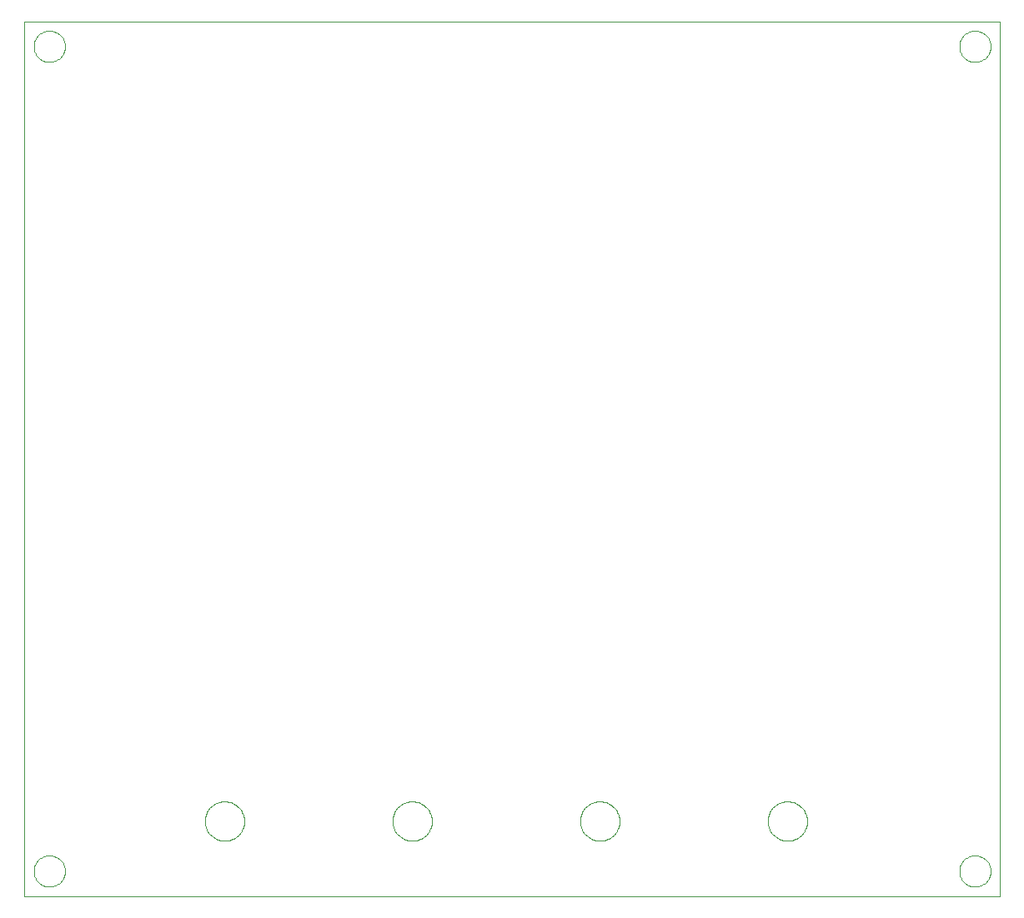
<source format=gko>
G75*
%MOIN*%
%OFA0B0*%
%FSLAX24Y24*%
%IPPOS*%
%LPD*%
%AMOC8*
5,1,8,0,0,1.08239X$1,22.5*
%
%ADD10C,0.0000*%
D10*
X000680Y000180D02*
X000680Y035180D01*
X039680Y035180D01*
X039680Y000180D01*
X000680Y000180D01*
X001055Y001180D02*
X001057Y001230D01*
X001063Y001279D01*
X001073Y001328D01*
X001086Y001375D01*
X001104Y001422D01*
X001125Y001467D01*
X001149Y001510D01*
X001177Y001551D01*
X001208Y001590D01*
X001242Y001626D01*
X001279Y001660D01*
X001319Y001690D01*
X001360Y001717D01*
X001404Y001741D01*
X001449Y001761D01*
X001496Y001777D01*
X001544Y001790D01*
X001593Y001799D01*
X001643Y001804D01*
X001692Y001805D01*
X001742Y001802D01*
X001791Y001795D01*
X001840Y001784D01*
X001887Y001770D01*
X001933Y001751D01*
X001978Y001729D01*
X002021Y001704D01*
X002061Y001675D01*
X002099Y001643D01*
X002135Y001609D01*
X002168Y001571D01*
X002197Y001531D01*
X002223Y001489D01*
X002246Y001445D01*
X002265Y001399D01*
X002281Y001352D01*
X002293Y001303D01*
X002301Y001254D01*
X002305Y001205D01*
X002305Y001155D01*
X002301Y001106D01*
X002293Y001057D01*
X002281Y001008D01*
X002265Y000961D01*
X002246Y000915D01*
X002223Y000871D01*
X002197Y000829D01*
X002168Y000789D01*
X002135Y000751D01*
X002099Y000717D01*
X002061Y000685D01*
X002021Y000656D01*
X001978Y000631D01*
X001933Y000609D01*
X001887Y000590D01*
X001840Y000576D01*
X001791Y000565D01*
X001742Y000558D01*
X001692Y000555D01*
X001643Y000556D01*
X001593Y000561D01*
X001544Y000570D01*
X001496Y000583D01*
X001449Y000599D01*
X001404Y000619D01*
X001360Y000643D01*
X001319Y000670D01*
X001279Y000700D01*
X001242Y000734D01*
X001208Y000770D01*
X001177Y000809D01*
X001149Y000850D01*
X001125Y000893D01*
X001104Y000938D01*
X001086Y000985D01*
X001073Y001032D01*
X001063Y001081D01*
X001057Y001130D01*
X001055Y001180D01*
X007893Y003180D02*
X007895Y003236D01*
X007901Y003291D01*
X007911Y003345D01*
X007924Y003399D01*
X007942Y003452D01*
X007963Y003503D01*
X007987Y003553D01*
X008015Y003601D01*
X008047Y003647D01*
X008081Y003691D01*
X008119Y003732D01*
X008159Y003770D01*
X008202Y003805D01*
X008247Y003837D01*
X008295Y003866D01*
X008344Y003892D01*
X008395Y003914D01*
X008447Y003932D01*
X008501Y003946D01*
X008556Y003957D01*
X008611Y003964D01*
X008666Y003967D01*
X008722Y003966D01*
X008777Y003961D01*
X008832Y003952D01*
X008886Y003940D01*
X008939Y003923D01*
X008991Y003903D01*
X009041Y003879D01*
X009089Y003852D01*
X009136Y003822D01*
X009180Y003788D01*
X009222Y003751D01*
X009260Y003711D01*
X009297Y003669D01*
X009330Y003624D01*
X009359Y003578D01*
X009386Y003529D01*
X009408Y003478D01*
X009428Y003426D01*
X009443Y003372D01*
X009455Y003318D01*
X009463Y003263D01*
X009467Y003208D01*
X009467Y003152D01*
X009463Y003097D01*
X009455Y003042D01*
X009443Y002988D01*
X009428Y002934D01*
X009408Y002882D01*
X009386Y002831D01*
X009359Y002782D01*
X009330Y002736D01*
X009297Y002691D01*
X009260Y002649D01*
X009222Y002609D01*
X009180Y002572D01*
X009136Y002538D01*
X009089Y002508D01*
X009041Y002481D01*
X008991Y002457D01*
X008939Y002437D01*
X008886Y002420D01*
X008832Y002408D01*
X008777Y002399D01*
X008722Y002394D01*
X008666Y002393D01*
X008611Y002396D01*
X008556Y002403D01*
X008501Y002414D01*
X008447Y002428D01*
X008395Y002446D01*
X008344Y002468D01*
X008295Y002494D01*
X008247Y002523D01*
X008202Y002555D01*
X008159Y002590D01*
X008119Y002628D01*
X008081Y002669D01*
X008047Y002713D01*
X008015Y002759D01*
X007987Y002807D01*
X007963Y002857D01*
X007942Y002908D01*
X007924Y002961D01*
X007911Y003015D01*
X007901Y003069D01*
X007895Y003124D01*
X007893Y003180D01*
X015393Y003180D02*
X015395Y003236D01*
X015401Y003291D01*
X015411Y003345D01*
X015424Y003399D01*
X015442Y003452D01*
X015463Y003503D01*
X015487Y003553D01*
X015515Y003601D01*
X015547Y003647D01*
X015581Y003691D01*
X015619Y003732D01*
X015659Y003770D01*
X015702Y003805D01*
X015747Y003837D01*
X015795Y003866D01*
X015844Y003892D01*
X015895Y003914D01*
X015947Y003932D01*
X016001Y003946D01*
X016056Y003957D01*
X016111Y003964D01*
X016166Y003967D01*
X016222Y003966D01*
X016277Y003961D01*
X016332Y003952D01*
X016386Y003940D01*
X016439Y003923D01*
X016491Y003903D01*
X016541Y003879D01*
X016589Y003852D01*
X016636Y003822D01*
X016680Y003788D01*
X016722Y003751D01*
X016760Y003711D01*
X016797Y003669D01*
X016830Y003624D01*
X016859Y003578D01*
X016886Y003529D01*
X016908Y003478D01*
X016928Y003426D01*
X016943Y003372D01*
X016955Y003318D01*
X016963Y003263D01*
X016967Y003208D01*
X016967Y003152D01*
X016963Y003097D01*
X016955Y003042D01*
X016943Y002988D01*
X016928Y002934D01*
X016908Y002882D01*
X016886Y002831D01*
X016859Y002782D01*
X016830Y002736D01*
X016797Y002691D01*
X016760Y002649D01*
X016722Y002609D01*
X016680Y002572D01*
X016636Y002538D01*
X016589Y002508D01*
X016541Y002481D01*
X016491Y002457D01*
X016439Y002437D01*
X016386Y002420D01*
X016332Y002408D01*
X016277Y002399D01*
X016222Y002394D01*
X016166Y002393D01*
X016111Y002396D01*
X016056Y002403D01*
X016001Y002414D01*
X015947Y002428D01*
X015895Y002446D01*
X015844Y002468D01*
X015795Y002494D01*
X015747Y002523D01*
X015702Y002555D01*
X015659Y002590D01*
X015619Y002628D01*
X015581Y002669D01*
X015547Y002713D01*
X015515Y002759D01*
X015487Y002807D01*
X015463Y002857D01*
X015442Y002908D01*
X015424Y002961D01*
X015411Y003015D01*
X015401Y003069D01*
X015395Y003124D01*
X015393Y003180D01*
X022893Y003180D02*
X022895Y003236D01*
X022901Y003291D01*
X022911Y003345D01*
X022924Y003399D01*
X022942Y003452D01*
X022963Y003503D01*
X022987Y003553D01*
X023015Y003601D01*
X023047Y003647D01*
X023081Y003691D01*
X023119Y003732D01*
X023159Y003770D01*
X023202Y003805D01*
X023247Y003837D01*
X023295Y003866D01*
X023344Y003892D01*
X023395Y003914D01*
X023447Y003932D01*
X023501Y003946D01*
X023556Y003957D01*
X023611Y003964D01*
X023666Y003967D01*
X023722Y003966D01*
X023777Y003961D01*
X023832Y003952D01*
X023886Y003940D01*
X023939Y003923D01*
X023991Y003903D01*
X024041Y003879D01*
X024089Y003852D01*
X024136Y003822D01*
X024180Y003788D01*
X024222Y003751D01*
X024260Y003711D01*
X024297Y003669D01*
X024330Y003624D01*
X024359Y003578D01*
X024386Y003529D01*
X024408Y003478D01*
X024428Y003426D01*
X024443Y003372D01*
X024455Y003318D01*
X024463Y003263D01*
X024467Y003208D01*
X024467Y003152D01*
X024463Y003097D01*
X024455Y003042D01*
X024443Y002988D01*
X024428Y002934D01*
X024408Y002882D01*
X024386Y002831D01*
X024359Y002782D01*
X024330Y002736D01*
X024297Y002691D01*
X024260Y002649D01*
X024222Y002609D01*
X024180Y002572D01*
X024136Y002538D01*
X024089Y002508D01*
X024041Y002481D01*
X023991Y002457D01*
X023939Y002437D01*
X023886Y002420D01*
X023832Y002408D01*
X023777Y002399D01*
X023722Y002394D01*
X023666Y002393D01*
X023611Y002396D01*
X023556Y002403D01*
X023501Y002414D01*
X023447Y002428D01*
X023395Y002446D01*
X023344Y002468D01*
X023295Y002494D01*
X023247Y002523D01*
X023202Y002555D01*
X023159Y002590D01*
X023119Y002628D01*
X023081Y002669D01*
X023047Y002713D01*
X023015Y002759D01*
X022987Y002807D01*
X022963Y002857D01*
X022942Y002908D01*
X022924Y002961D01*
X022911Y003015D01*
X022901Y003069D01*
X022895Y003124D01*
X022893Y003180D01*
X030393Y003180D02*
X030395Y003236D01*
X030401Y003291D01*
X030411Y003345D01*
X030424Y003399D01*
X030442Y003452D01*
X030463Y003503D01*
X030487Y003553D01*
X030515Y003601D01*
X030547Y003647D01*
X030581Y003691D01*
X030619Y003732D01*
X030659Y003770D01*
X030702Y003805D01*
X030747Y003837D01*
X030795Y003866D01*
X030844Y003892D01*
X030895Y003914D01*
X030947Y003932D01*
X031001Y003946D01*
X031056Y003957D01*
X031111Y003964D01*
X031166Y003967D01*
X031222Y003966D01*
X031277Y003961D01*
X031332Y003952D01*
X031386Y003940D01*
X031439Y003923D01*
X031491Y003903D01*
X031541Y003879D01*
X031589Y003852D01*
X031636Y003822D01*
X031680Y003788D01*
X031722Y003751D01*
X031760Y003711D01*
X031797Y003669D01*
X031830Y003624D01*
X031859Y003578D01*
X031886Y003529D01*
X031908Y003478D01*
X031928Y003426D01*
X031943Y003372D01*
X031955Y003318D01*
X031963Y003263D01*
X031967Y003208D01*
X031967Y003152D01*
X031963Y003097D01*
X031955Y003042D01*
X031943Y002988D01*
X031928Y002934D01*
X031908Y002882D01*
X031886Y002831D01*
X031859Y002782D01*
X031830Y002736D01*
X031797Y002691D01*
X031760Y002649D01*
X031722Y002609D01*
X031680Y002572D01*
X031636Y002538D01*
X031589Y002508D01*
X031541Y002481D01*
X031491Y002457D01*
X031439Y002437D01*
X031386Y002420D01*
X031332Y002408D01*
X031277Y002399D01*
X031222Y002394D01*
X031166Y002393D01*
X031111Y002396D01*
X031056Y002403D01*
X031001Y002414D01*
X030947Y002428D01*
X030895Y002446D01*
X030844Y002468D01*
X030795Y002494D01*
X030747Y002523D01*
X030702Y002555D01*
X030659Y002590D01*
X030619Y002628D01*
X030581Y002669D01*
X030547Y002713D01*
X030515Y002759D01*
X030487Y002807D01*
X030463Y002857D01*
X030442Y002908D01*
X030424Y002961D01*
X030411Y003015D01*
X030401Y003069D01*
X030395Y003124D01*
X030393Y003180D01*
X038055Y001180D02*
X038057Y001230D01*
X038063Y001279D01*
X038073Y001328D01*
X038086Y001375D01*
X038104Y001422D01*
X038125Y001467D01*
X038149Y001510D01*
X038177Y001551D01*
X038208Y001590D01*
X038242Y001626D01*
X038279Y001660D01*
X038319Y001690D01*
X038360Y001717D01*
X038404Y001741D01*
X038449Y001761D01*
X038496Y001777D01*
X038544Y001790D01*
X038593Y001799D01*
X038643Y001804D01*
X038692Y001805D01*
X038742Y001802D01*
X038791Y001795D01*
X038840Y001784D01*
X038887Y001770D01*
X038933Y001751D01*
X038978Y001729D01*
X039021Y001704D01*
X039061Y001675D01*
X039099Y001643D01*
X039135Y001609D01*
X039168Y001571D01*
X039197Y001531D01*
X039223Y001489D01*
X039246Y001445D01*
X039265Y001399D01*
X039281Y001352D01*
X039293Y001303D01*
X039301Y001254D01*
X039305Y001205D01*
X039305Y001155D01*
X039301Y001106D01*
X039293Y001057D01*
X039281Y001008D01*
X039265Y000961D01*
X039246Y000915D01*
X039223Y000871D01*
X039197Y000829D01*
X039168Y000789D01*
X039135Y000751D01*
X039099Y000717D01*
X039061Y000685D01*
X039021Y000656D01*
X038978Y000631D01*
X038933Y000609D01*
X038887Y000590D01*
X038840Y000576D01*
X038791Y000565D01*
X038742Y000558D01*
X038692Y000555D01*
X038643Y000556D01*
X038593Y000561D01*
X038544Y000570D01*
X038496Y000583D01*
X038449Y000599D01*
X038404Y000619D01*
X038360Y000643D01*
X038319Y000670D01*
X038279Y000700D01*
X038242Y000734D01*
X038208Y000770D01*
X038177Y000809D01*
X038149Y000850D01*
X038125Y000893D01*
X038104Y000938D01*
X038086Y000985D01*
X038073Y001032D01*
X038063Y001081D01*
X038057Y001130D01*
X038055Y001180D01*
X038055Y034180D02*
X038057Y034230D01*
X038063Y034279D01*
X038073Y034328D01*
X038086Y034375D01*
X038104Y034422D01*
X038125Y034467D01*
X038149Y034510D01*
X038177Y034551D01*
X038208Y034590D01*
X038242Y034626D01*
X038279Y034660D01*
X038319Y034690D01*
X038360Y034717D01*
X038404Y034741D01*
X038449Y034761D01*
X038496Y034777D01*
X038544Y034790D01*
X038593Y034799D01*
X038643Y034804D01*
X038692Y034805D01*
X038742Y034802D01*
X038791Y034795D01*
X038840Y034784D01*
X038887Y034770D01*
X038933Y034751D01*
X038978Y034729D01*
X039021Y034704D01*
X039061Y034675D01*
X039099Y034643D01*
X039135Y034609D01*
X039168Y034571D01*
X039197Y034531D01*
X039223Y034489D01*
X039246Y034445D01*
X039265Y034399D01*
X039281Y034352D01*
X039293Y034303D01*
X039301Y034254D01*
X039305Y034205D01*
X039305Y034155D01*
X039301Y034106D01*
X039293Y034057D01*
X039281Y034008D01*
X039265Y033961D01*
X039246Y033915D01*
X039223Y033871D01*
X039197Y033829D01*
X039168Y033789D01*
X039135Y033751D01*
X039099Y033717D01*
X039061Y033685D01*
X039021Y033656D01*
X038978Y033631D01*
X038933Y033609D01*
X038887Y033590D01*
X038840Y033576D01*
X038791Y033565D01*
X038742Y033558D01*
X038692Y033555D01*
X038643Y033556D01*
X038593Y033561D01*
X038544Y033570D01*
X038496Y033583D01*
X038449Y033599D01*
X038404Y033619D01*
X038360Y033643D01*
X038319Y033670D01*
X038279Y033700D01*
X038242Y033734D01*
X038208Y033770D01*
X038177Y033809D01*
X038149Y033850D01*
X038125Y033893D01*
X038104Y033938D01*
X038086Y033985D01*
X038073Y034032D01*
X038063Y034081D01*
X038057Y034130D01*
X038055Y034180D01*
X001055Y034180D02*
X001057Y034230D01*
X001063Y034279D01*
X001073Y034328D01*
X001086Y034375D01*
X001104Y034422D01*
X001125Y034467D01*
X001149Y034510D01*
X001177Y034551D01*
X001208Y034590D01*
X001242Y034626D01*
X001279Y034660D01*
X001319Y034690D01*
X001360Y034717D01*
X001404Y034741D01*
X001449Y034761D01*
X001496Y034777D01*
X001544Y034790D01*
X001593Y034799D01*
X001643Y034804D01*
X001692Y034805D01*
X001742Y034802D01*
X001791Y034795D01*
X001840Y034784D01*
X001887Y034770D01*
X001933Y034751D01*
X001978Y034729D01*
X002021Y034704D01*
X002061Y034675D01*
X002099Y034643D01*
X002135Y034609D01*
X002168Y034571D01*
X002197Y034531D01*
X002223Y034489D01*
X002246Y034445D01*
X002265Y034399D01*
X002281Y034352D01*
X002293Y034303D01*
X002301Y034254D01*
X002305Y034205D01*
X002305Y034155D01*
X002301Y034106D01*
X002293Y034057D01*
X002281Y034008D01*
X002265Y033961D01*
X002246Y033915D01*
X002223Y033871D01*
X002197Y033829D01*
X002168Y033789D01*
X002135Y033751D01*
X002099Y033717D01*
X002061Y033685D01*
X002021Y033656D01*
X001978Y033631D01*
X001933Y033609D01*
X001887Y033590D01*
X001840Y033576D01*
X001791Y033565D01*
X001742Y033558D01*
X001692Y033555D01*
X001643Y033556D01*
X001593Y033561D01*
X001544Y033570D01*
X001496Y033583D01*
X001449Y033599D01*
X001404Y033619D01*
X001360Y033643D01*
X001319Y033670D01*
X001279Y033700D01*
X001242Y033734D01*
X001208Y033770D01*
X001177Y033809D01*
X001149Y033850D01*
X001125Y033893D01*
X001104Y033938D01*
X001086Y033985D01*
X001073Y034032D01*
X001063Y034081D01*
X001057Y034130D01*
X001055Y034180D01*
M02*

</source>
